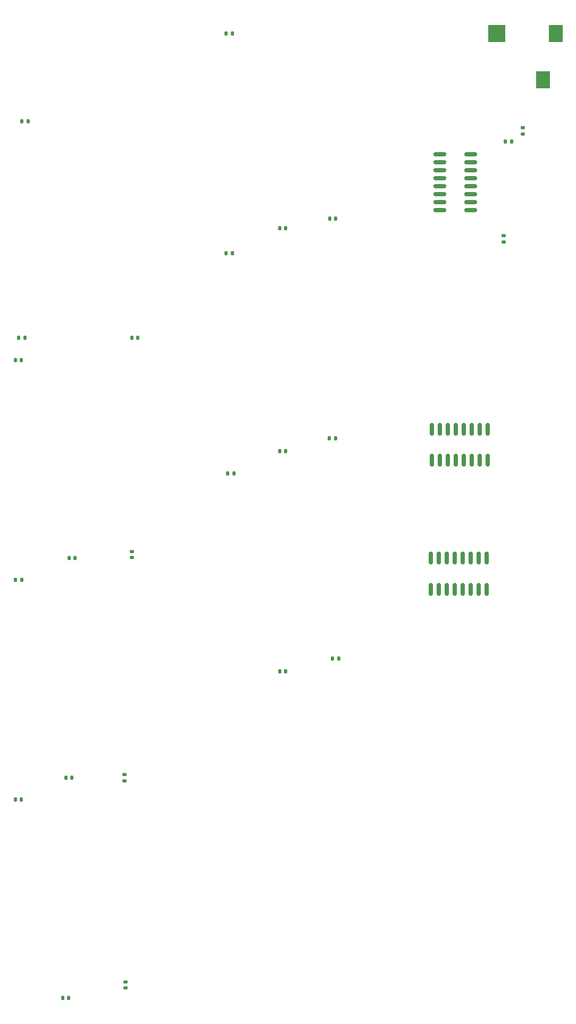
<source format=gbr>
%TF.GenerationSoftware,KiCad,Pcbnew,8.0.0*%
%TF.CreationDate,2025-03-21T10:21:52+01:00*%
%TF.ProjectId,MuseMatrix_Core,4d757365-4d61-4747-9269-785f436f7265,rev?*%
%TF.SameCoordinates,Original*%
%TF.FileFunction,Paste,Top*%
%TF.FilePolarity,Positive*%
%FSLAX46Y46*%
G04 Gerber Fmt 4.6, Leading zero omitted, Abs format (unit mm)*
G04 Created by KiCad (PCBNEW 8.0.0) date 2025-03-21 10:21:52*
%MOMM*%
%LPD*%
G01*
G04 APERTURE LIST*
G04 Aperture macros list*
%AMRoundRect*
0 Rectangle with rounded corners*
0 $1 Rounding radius*
0 $2 $3 $4 $5 $6 $7 $8 $9 X,Y pos of 4 corners*
0 Add a 4 corners polygon primitive as box body*
4,1,4,$2,$3,$4,$5,$6,$7,$8,$9,$2,$3,0*
0 Add four circle primitives for the rounded corners*
1,1,$1+$1,$2,$3*
1,1,$1+$1,$4,$5*
1,1,$1+$1,$6,$7*
1,1,$1+$1,$8,$9*
0 Add four rect primitives between the rounded corners*
20,1,$1+$1,$2,$3,$4,$5,0*
20,1,$1+$1,$4,$5,$6,$7,0*
20,1,$1+$1,$6,$7,$8,$9,0*
20,1,$1+$1,$8,$9,$2,$3,0*%
G04 Aperture macros list end*
%ADD10RoundRect,0.135000X-0.185000X0.135000X-0.185000X-0.135000X0.185000X-0.135000X0.185000X0.135000X0*%
%ADD11RoundRect,0.140000X0.170000X-0.140000X0.170000X0.140000X-0.170000X0.140000X-0.170000X-0.140000X0*%
%ADD12RoundRect,0.140000X-0.140000X-0.170000X0.140000X-0.170000X0.140000X0.170000X-0.140000X0.170000X0*%
%ADD13RoundRect,0.135000X-0.135000X-0.185000X0.135000X-0.185000X0.135000X0.185000X-0.135000X0.185000X0*%
%ADD14R,2.200000X2.800000*%
%ADD15R,2.800000X2.800000*%
%ADD16RoundRect,0.150000X0.150000X-0.825000X0.150000X0.825000X-0.150000X0.825000X-0.150000X-0.825000X0*%
%ADD17RoundRect,0.150000X-0.825000X-0.150000X0.825000X-0.150000X0.825000X0.150000X-0.825000X0.150000X0*%
%ADD18RoundRect,0.140000X-0.170000X0.140000X-0.170000X-0.140000X0.170000X-0.140000X0.170000X0.140000X0*%
%ADD19RoundRect,0.135000X0.185000X-0.135000X0.185000X0.135000X-0.185000X0.135000X-0.185000X-0.135000X0*%
G04 APERTURE END LIST*
D10*
%TO.C,R31*%
X111750000Y-32990000D03*
X111750000Y-34010000D03*
%TD*%
D11*
%TO.C,R8*%
X49500000Y-101480000D03*
X49500000Y-100520000D03*
%TD*%
D12*
%TO.C,R17*%
X64542336Y-18025000D03*
X65502336Y-18025000D03*
%TD*%
D13*
%TO.C,R28*%
X81457664Y-117500000D03*
X82477664Y-117500000D03*
%TD*%
D12*
%TO.C,R26*%
X80997664Y-47500000D03*
X81957664Y-47500000D03*
%TD*%
%TO.C,R14*%
X38520000Y-171500000D03*
X39480000Y-171500000D03*
%TD*%
%TO.C,R27*%
X80977664Y-82500000D03*
X81937664Y-82500000D03*
%TD*%
D14*
%TO.C,J14*%
X115000000Y-25400000D03*
X117000000Y-18000000D03*
D15*
X107600000Y-18000000D03*
%TD*%
D16*
%TO.C,U3*%
X97305000Y-85975000D03*
X98575000Y-85975000D03*
X99845000Y-85975000D03*
X101115000Y-85975000D03*
X102385000Y-85975000D03*
X103655000Y-85975000D03*
X104925000Y-85975000D03*
X106195000Y-85975000D03*
X106195000Y-81025000D03*
X104925000Y-81025000D03*
X103655000Y-81025000D03*
X102385000Y-81025000D03*
X101115000Y-81025000D03*
X99845000Y-81025000D03*
X98575000Y-81025000D03*
X97305000Y-81025000D03*
%TD*%
D12*
%TO.C,R5*%
X31000000Y-70000000D03*
X31960000Y-70000000D03*
%TD*%
%TO.C,R13*%
X39040000Y-136500000D03*
X40000000Y-136500000D03*
%TD*%
%TO.C,R24*%
X73062336Y-84525000D03*
X74022336Y-84525000D03*
%TD*%
%TO.C,R9*%
X31020000Y-105000000D03*
X31980000Y-105000000D03*
%TD*%
D17*
%TO.C,U2*%
X98550000Y-37230000D03*
X98550000Y-38500000D03*
X98550000Y-39770000D03*
X98550000Y-41040000D03*
X98550000Y-42310000D03*
X98550000Y-43580000D03*
X98550000Y-44850000D03*
X98550000Y-46120000D03*
X103500000Y-46120000D03*
X103500000Y-44850000D03*
X103500000Y-43580000D03*
X103500000Y-42310000D03*
X103500000Y-41040000D03*
X103500000Y-39770000D03*
X103500000Y-38500000D03*
X103500000Y-37230000D03*
%TD*%
D12*
%TO.C,R10*%
X31000000Y-140000000D03*
X31960000Y-140000000D03*
%TD*%
%TO.C,R19*%
X64792336Y-88025000D03*
X65752336Y-88025000D03*
%TD*%
%TO.C,R1*%
X32020000Y-32000000D03*
X32980000Y-32000000D03*
%TD*%
%TO.C,R25*%
X73042336Y-119525000D03*
X74002336Y-119525000D03*
%TD*%
D13*
%TO.C,R30*%
X108990000Y-35250000D03*
X110010000Y-35250000D03*
%TD*%
D12*
%TO.C,R18*%
X64542336Y-53025000D03*
X65502336Y-53025000D03*
%TD*%
%TO.C,R3*%
X31520000Y-66500000D03*
X32480000Y-66500000D03*
%TD*%
D16*
%TO.C,U1*%
X97107664Y-106500000D03*
X98377664Y-106500000D03*
X99647664Y-106500000D03*
X100917664Y-106500000D03*
X102187664Y-106500000D03*
X103457664Y-106500000D03*
X104727664Y-106500000D03*
X105997664Y-106500000D03*
X105997664Y-101550000D03*
X104727664Y-101550000D03*
X103457664Y-101550000D03*
X102187664Y-101550000D03*
X100917664Y-101550000D03*
X99647664Y-101550000D03*
X98377664Y-101550000D03*
X97107664Y-101550000D03*
%TD*%
D11*
%TO.C,R15*%
X48360000Y-136980000D03*
X48360000Y-136020000D03*
%TD*%
D12*
%TO.C,R4*%
X49520000Y-66500000D03*
X50480000Y-66500000D03*
%TD*%
%TO.C,R23*%
X73042336Y-49025000D03*
X74002336Y-49025000D03*
%TD*%
D18*
%TO.C,R16*%
X48500000Y-169000000D03*
X48500000Y-169960000D03*
%TD*%
D12*
%TO.C,R7*%
X39520000Y-101500000D03*
X40480000Y-101500000D03*
%TD*%
D19*
%TO.C,R29*%
X108750000Y-51260000D03*
X108750000Y-50240000D03*
%TD*%
M02*

</source>
